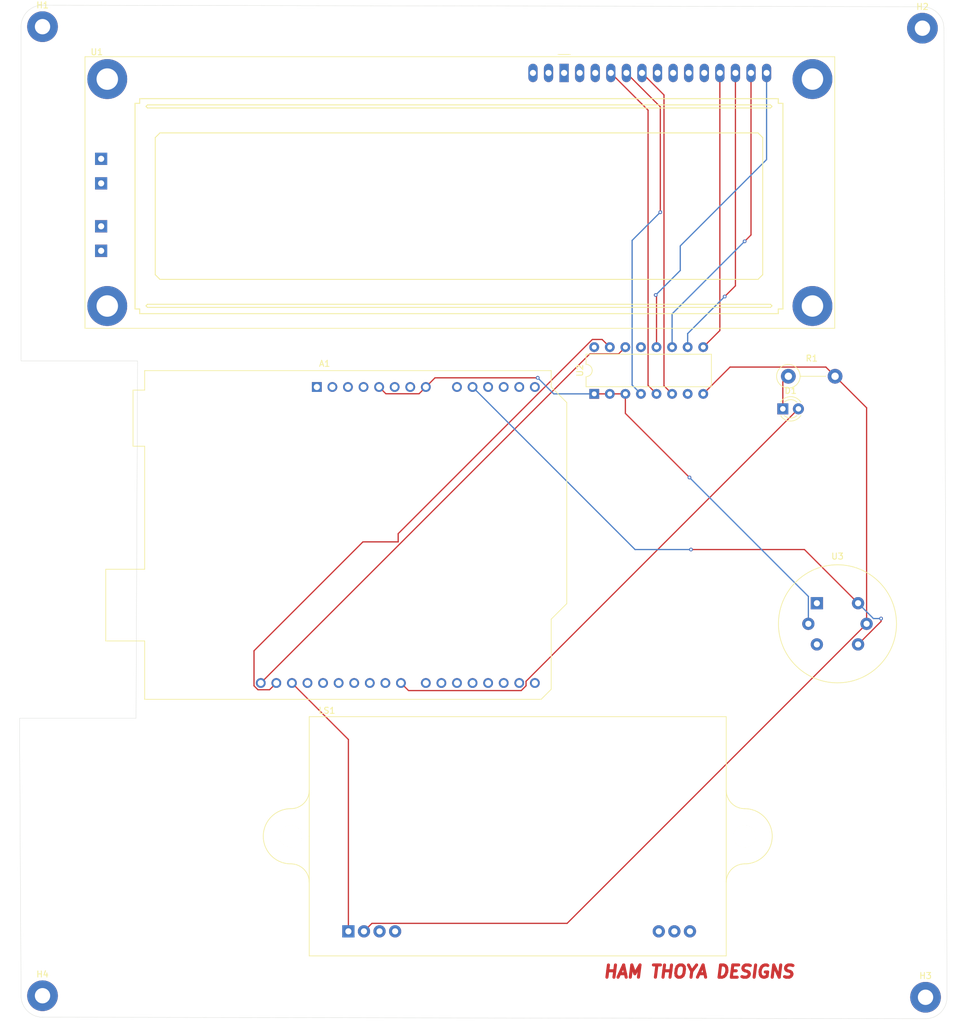
<source format=kicad_pcb>
(kicad_pcb (version 20240108) (generator "pcbnew") (generator_version "8.0")
  (layers (0 "F.Cu" signal) (31 "B.Cu" signal) (34 "B.Paste" user) (35 "F.Paste" user) (36 "B.SilkS" user "B.Silkscreen") (37 "F.SilkS" user "F.Silkscreen") (38 "B.Mask" user) (39 "F.Mask" user) (44 "Edge.Cuts" user))
  (net 0 "")
  (net 6 "/SCL")
  (net 12 "/LED")
  (net 13 "+5V")
  (net 21 "/OUT")
  (net 22 "/BZ")
  (net 24 "/SDA")
  (net 32 "Net-(D1-K)")
  (net 33 "Earth")
  (net 36 "/D6")
  (net 38 "/R{slash}W")
  (net 40 "/D4")
  (net 41 "/RS")
  (net 43 "/E")
  (net 47 "/D7")
  (net 48 "/D5")
  (footprint "Audio_Module:Reverb_BTDR-1H" (layer "F.Cu") (at 73.63 174.5)
    (property "Reference" "LS1" (at -3.5 -36 0) (layer "F.SilkS"))
    (property "Value" "Speaker")
    (fp_line (start -6.38 -35) (end 61.62 -35) (stroke (width 0.12)) (layer "F.SilkS"))
    (fp_line (start -6.38 -15.5) (end -6.38 -35) (stroke (width 0.12)) (layer "F.SilkS"))
    (fp_line (start -6.38 -15.5) (end -6.38 4) (stroke (width 0.12)) (layer "F.SilkS"))
    (fp_line (start -6.38 4) (end 61.62 4) (stroke (width 0.12)) (layer "F.SilkS"))
    (fp_line (start 61.62 -35) (end 61.62 4) (stroke (width 0.12)) (layer "F.SilkS"))
    (fp_arc (start -9.38 -11) (mid -13.88 -15.5) (end -9.38 -20) (stroke (width 0.12)) (layer "F.SilkS"))
    (fp_arc (start -9.38 -11) (mid -7.25868 -10.12132) (end -6.38 -8) (stroke (width 0.12)) (layer "F.SilkS"))
    (fp_arc (start -6.38 -23) (mid -7.25868 -20.87868) (end -9.38 -20) (stroke (width 0.12)) (layer "F.SilkS"))
    (fp_arc (start 61.62 -8) (mid 62.49868 -10.12132) (end 64.62 -11) (stroke (width 0.12)) (layer "F.SilkS"))
    (fp_arc (start 64.62 -20) (mid 62.49868 -20.87868) (end 61.62 -23) (stroke (width 0.12)) (layer "F.SilkS"))
    (fp_arc (start 64.62 -20) (mid 69.12 -15.5) (end 64.62 -11) (stroke (width 0.12)) (layer "F.SilkS"))
    (fp_circle (center -9.38 -15.5) (end -7.63 -15.5) (stroke (width 0.12)) (fill none) (layer "F.SilkS"))
    (fp_circle (center 64.62 -15.5) (end 66.37 -15.5) (stroke (width 0.12)) (fill none) (layer "F.SilkS"))
    (pad "" np_thru_hole circle (at -9.38 -15.5) (size 3.7 3.7) (drill 3.7) (layers "*.Cu" "*.Mask"))
    (pad "" np_thru_hole circle (at 64.62 -15.5) (size 3.7 3.7) (drill 3.7) (layers "*.Cu" "*.Mask"))
    (pad "1" thru_hole rect (at 0 0) (size 2 2) (drill 1) (layers "*.Cu" "*.Mask") (net 22 "/BZ"))
    (pad "2" thru_hole circle (at 2.54 0) (size 2 2) (drill 1) (layers "*.Cu" "*.Mask") (net 33 "Earth"))
    (pad "3" thru_hole circle (at 5.08 0) (size 2 2) (drill 1) (layers "*.Cu" "*.Mask"))
    (pad "4" thru_hole circle (at 7.62 0) (size 2 2) (drill 1) (layers "*.Cu" "*.Mask"))
    (pad "5" thru_hole circle (at 50.62 0) (size 2 2) (drill 1) (layers "*.Cu" "*.Mask"))
    (pad "6" thru_hole circle (at 53.16 0) (size 2 2) (drill 1) (layers "*.Cu" "*.Mask"))
    (pad "7" thru_hole circle (at 55.7 0) (size 2 2) (drill 1) (layers "*.Cu" "*.Mask"))
  )
  (footprint "Resistor_THT:R_Axial_DIN0411_L9.9mm_D3.6mm_P7.62mm_Vertical" (layer "F.Cu") (at 145.38 84)
    (property "Reference" "R1" (at 3.81 -2.92 0) (layer "F.SilkS"))
    (property "Value" "R_Small_US")
    (fp_line (start 1.92 0) (end 6.12 0) (stroke (width 0.12)) (layer "F.SilkS"))
    (fp_circle (center 0 0) (end 1.92 0) (stroke (width 0.12)) (fill none) (layer "F.SilkS"))
    (pad "1" thru_hole circle (at 0 0) (size 2.4 2.4) (drill 1.2) (layers "*.Cu" "*.Mask") (net 32 "Net-(D1-K)"))
    (pad "2" thru_hole oval (at 7.62 0) (size 2.4 2.4) (drill 1.2) (layers "*.Cu" "*.Mask") (net 33 "Earth"))
  )
  (footprint "Package_DIP:DIP-16_W7.62mm" (layer "F.Cu") (at 113.72 86.87 90)
    (property "Reference" "U2" (at 3.81 -2.33 90) (layer "F.SilkS"))
    (property "Value" "PCF8574P")
    (fp_line (start 6.46 -1.33) (end 4.81 -1.33) (stroke (width 0.12)) (layer "F.SilkS"))
    (fp_line (start 2.81 -1.33) (end 1.16 -1.33) (stroke (width 0.12)) (layer "F.SilkS"))
    (fp_line (start 1.16 -1.33) (end 1.16 19.11) (stroke (width 0.12)) (layer "F.SilkS"))
    (fp_line (start 6.46 19.11) (end 6.46 -1.33) (stroke (width 0.12)) (layer "F.SilkS"))
    (fp_line (start 1.16 19.11) (end 6.46 19.11) (stroke (width 0.12)) (layer "F.SilkS"))
    (fp_arc (start 4.81 -1.33) (mid 3.81 -0.33) (end 2.81 -1.33) (stroke (width 0.12)) (layer "F.SilkS"))
    (pad "1" thru_hole rect (at 0 0 90) (size 1.6 1.6) (drill 0.8) (layers "*.Cu" "*.Mask") (net 13 "+5V"))
    (pad "2" thru_hole oval (at 0 2.54 90) (size 1.6 1.6) (drill 0.8) (layers "*.Cu" "*.Mask") (net 13 "+5V"))
    (pad "3" thru_hole oval (at 0 5.08 90) (size 1.6 1.6) (drill 0.8) (layers "*.Cu" "*.Mask") (net 13 "+5V"))
    (pad "4" thru_hole oval (at 0 7.62 90) (size 1.6 1.6) (drill 0.8) (layers "*.Cu" "*.Mask") (net 41 "/RS"))
    (pad "5" thru_hole oval (at 0 10.16 90) (size 1.6 1.6) (drill 0.8) (layers "*.Cu" "*.Mask") (net 38 "/R{slash}W"))
    (pad "6" thru_hole oval (at 0 12.7 90) (size 1.6 1.6) (drill 0.8) (layers "*.Cu" "*.Mask") (net 43 "/E"))
    (pad "7" thru_hole oval (at 0 15.24 90) (size 1.6 1.6) (drill 0.8) (layers "*.Cu" "*.Mask"))
    (pad "8" thru_hole oval (at 0 17.78 90) (size 1.6 1.6) (drill 0.8) (layers "*.Cu" "*.Mask") (net 33 "Earth"))
    (pad "9" thru_hole oval (at 7.62 17.78 90) (size 1.6 1.6) (drill 0.8) (layers "*.Cu" "*.Mask") (net 40 "/D4"))
    (pad "10" thru_hole oval (at 7.62 15.24 90) (size 1.6 1.6) (drill 0.8) (layers "*.Cu" "*.Mask") (net 48 "/D5"))
    (pad "11" thru_hole oval (at 7.62 12.7 90) (size 1.6 1.6) (drill 0.8) (layers "*.Cu" "*.Mask") (net 36 "/D6"))
    (pad "12" thru_hole oval (at 7.62 10.16 90) (size 1.6 1.6) (drill 0.8) (layers "*.Cu" "*.Mask") (net 47 "/D7"))
    (pad "13" thru_hole oval (at 7.62 7.62 90) (size 1.6 1.6) (drill 0.8) (layers "*.Cu" "*.Mask"))
    (pad "14" thru_hole oval (at 7.62 5.08 90) (size 1.6 1.6) (drill 0.8) (layers "*.Cu" "*.Mask") (net 6 "/SCL"))
    (pad "15" thru_hole oval (at 7.62 2.54 90) (size 1.6 1.6) (drill 0.8) (layers "*.Cu" "*.Mask") (net 24 "/SDA"))
    (pad "16" thru_hole oval (at 7.62 0 90) (size 1.6 1.6) (drill 0.8) (layers "*.Cu" "*.Mask"))
  )
  (footprint "Sensor:MQ-6" (layer "F.Cu") (at 150.03 121)
    (property "Reference" "U3" (at 3.36 -7.64 0) (layer "F.SilkS"))
    (property "Value" "MQ-6")
    (fp_circle (center 3.36 3.36) (end 12.985 3.36) (stroke (width 0.12)) (fill none) (layer "F.SilkS"))
    (pad "1" thru_hole rect (at 0 0) (size 2 2) (drill 1) (layers "*.Cu" "*.Mask"))
    (pad "2" thru_hole circle (at -1.39 3.36) (size 2 2) (drill 1) (layers "*.Cu" "*.Mask") (net 13 "+5V"))
    (pad "3" thru_hole circle (at 0 6.72 90) (size 2 2) (drill 1) (layers "*.Cu" "*.Mask"))
    (pad "4" thru_hole circle (at 6.72 6.72 180) (size 2 2) (drill 1) (layers "*.Cu" "*.Mask") (net 21 "/OUT"))
    (pad "5" thru_hole circle (at 8.11 3.36) (size 2 2) (drill 1) (layers "*.Cu" "*.Mask") (net 33 "Earth"))
    (pad "6" thru_hole circle (at 6.72 0 270) (size 2 2) (drill 1) (layers "*.Cu" "*.Mask") (net 21 "/OUT"))
  )
  (footprint "Display:LCD-016N002L" (layer "F.Cu") (at 108.81 34.545)
    (property "Reference" "U1" (at -76.21 -3.41 180) (layer "F.SilkS"))
    (property "Value" "LCD-016N002L")
    (fp_line (start -78.14 -2.64) (end -78.14 41.64) (stroke (width 0.12)) (layer "F.SilkS"))
    (fp_line (start -78.14 41.64) (end 44.14 41.64) (stroke (width 0.12)) (layer "F.SilkS"))
    (fp_line (start -69.977 4.953) (end -69.977 38.481) (stroke (width 0.15)) (layer "F.SilkS"))
    (fp_line (start -69.215 4.191) (end -69.215 4.953) (stroke (width 0.15)) (layer "F.SilkS"))
    (fp_line (start -69.215 4.953) (end -69.977 4.953) (stroke (width 0.15)) (layer "F.SilkS"))
    (fp_line (start -69.215 38.481) (end -69.977 38.481) (stroke (width 0.15)) (layer "F.SilkS"))
    (fp_line (start -69.215 39.243) (end -69.215 38.481) (stroke (width 0.15)) (layer "F.SilkS"))
    (fp_line (start -69.215 39.243) (end 34.925 39.243) (stroke (width 0.15)) (layer "F.SilkS"))
    (fp_line (start -68.199 5.461) (end -67.945 5.715) (stroke (width 0.15)) (layer "F.SilkS"))
    (fp_line (start -68.199 37.973) (end -67.945 38.227) (stroke (width 0.15)) (layer "F.SilkS"))
    (fp_line (start -67.945 5.207) (end -68.199 5.461) (stroke (width 0.15)) (layer "F.SilkS"))
    (fp_line (start -67.945 5.715) (end 33.655 5.715) (stroke (width 0.15)) (layer "F.SilkS"))
    (fp_line (start -67.945 37.719) (end -68.199 37.973) (stroke (width 0.15)) (layer "F.SilkS"))
    (fp_line (start -67.945 38.227) (end 33.655 38.227) (stroke (width 0.15)) (layer "F.SilkS"))
    (fp_line (start -66.675 10.541) (end -65.913 9.779) (stroke (width 0.15)) (layer "F.SilkS"))
    (fp_line (start -66.675 32.893) (end -66.675 10.541) (stroke (width 0.15)) (layer "F.SilkS"))
    (fp_line (start -65.913 9.779) (end 31.623 9.779) (stroke (width 0.15)) (layer "F.SilkS"))
    (fp_line (start -65.913 33.655) (end -66.675 32.893) (stroke (width 0.15)) (layer "F.SilkS"))
    (fp_line (start -1 -3) (end 1 -3) (stroke (width 0.12)) (layer "F.SilkS"))
    (fp_line (start 31.623 9.779) (end 32.385 10.541) (stroke (width 0.15)) (layer "F.SilkS"))
    (fp_line (start 31.623 33.655) (end -65.913 33.655) (stroke (width 0.15)) (layer "F.SilkS"))
    (fp_line (start 32.385 10.541) (end 32.385 32.893) (stroke (width 0.15)) (layer "F.SilkS"))
    (fp_line (start 32.385 32.893) (end 31.623 33.655) (stroke (width 0.15)) (layer "F.SilkS"))
    (fp_line (start 33.655 5.207) (end -67.945 5.207) (stroke (width 0.15)) (layer "F.SilkS"))
    (fp_line (start 33.655 5.207) (end 33.909 5.461) (stroke (width 0.15)) (layer "F.SilkS"))
    (fp_line (start 33.655 37.719) (end -67.945 37.719) (stroke (width 0.15)) (layer "F.SilkS"))
    (fp_line (start 33.655 38.227) (end 33.909 37.973) (stroke (width 0.15)) (layer "F.SilkS"))
    (fp_line (start 33.909 5.461) (end 33.655 5.715) (stroke (width 0.15)) (layer "F.SilkS"))
    (fp_line (start 33.909 37.973) (end 33.655 37.719) (stroke (width 0.15)) (layer "F.SilkS"))
    (fp_line (start 34.925 4.191) (end -69.215 4.191) (stroke (width 0.15)) (layer "F.SilkS"))
    (fp_line (start 34.925 4.191) (end 34.925 4.953) (stroke (width 0.15)) (layer "F.SilkS"))
    (fp_line (start 34.925 4.953) (end 35.687 4.953) (stroke (width 0.15)) (layer "F.SilkS"))
    (fp_line (start 34.925 38.481) (end 34.925 39.243) (stroke (width 0.15)) (layer "F.SilkS"))
    (fp_line (start 35.687 38.481) (end 34.925 38.481) (stroke (width 0.15)) (layer "F.SilkS"))
    (fp_line (start 35.687 38.481) (end 35.687 4.953) (stroke (width 0.15)) (layer "F.SilkS"))
    (fp_line (start 44.14 -2.64) (end -78.14 -2.64) (stroke (width 0.12)) (layer "F.SilkS"))
    (fp_line (start 44.14 -2.64) (end 44.14 41.64) (stroke (width 0.12)) (layer "F.SilkS"))
    (pad "" thru_hole circle (at -74.5 1 180) (size 6.5 6.5) (drill 3.5) (layers "*.Cu" "*.Mask"))
    (pad "" thru_hole circle (at -74.5 38 180) (size 6.5 6.5) (drill 3.5) (layers "*.Cu" "*.Mask"))
    (pad "" thru_hole circle (at 40.5 1 180) (size 6.5 6.5) (drill 3.5) (layers "*.Cu" "*.Mask"))
    (pad "" thru_hole circle (at 40.5 38 180) (size 6.5 6.5) (drill 3.5) (layers "*.Cu" "*.Mask"))
    (pad "1" thru_hole rect (at 0 0 180) (size 1.5 3) (drill 1) (layers "*.Cu" "*.Mask"))
    (pad "2" thru_hole oval (at 2.54 0 180) (size 1.5 3) (drill 1) (layers "*.Cu" "*.Mask"))
    (pad "3" thru_hole oval (at 5.08 0 180) (size 1.5 3) (drill 1) (layers "*.Cu" "*.Mask"))
    (pad "4" thru_hole oval (at 7.62 0 180) (size 1.5 3) (drill 1) (layers "*.Cu" "*.Mask") (net 38 "/R{slash}W"))
    (pad "5" thru_hole oval (at 10.16 0 180) (size 1.5 3) (drill 1) (layers "*.Cu" "*.Mask") (net 41 "/RS"))
    (pad "6" thru_hole oval (at 12.7 0 180) (size 1.5 3) (drill 1) (layers "*.Cu" "*.Mask") (net 43 "/E"))
    (pad "7" thru_hole oval (at 15.24 0 180) (size 1.5 3) (drill 1) (layers "*.Cu" "*.Mask"))
    (pad "8" thru_hole oval (at 17.78 0 180) (size 1.5 3) (drill 1) (layers "*.Cu" "*.Mask"))
    (pad "9" thru_hole oval (at 20.32 0 180) (size 1.5 3) (drill 1) (layers "*.Cu" "*.Mask"))
    (pad "10" thru_hole oval (at 22.86 0 180) (size 1.5 3) (drill 1) (layers "*.Cu" "*.Mask"))
    (pad "11" thru_hole oval (at 25.4 0 180) (size 1.5 3) (drill 1) (layers "*.Cu" "*.Mask") (net 40 "/D4"))
    (pad "12" thru_hole oval (at 27.94 0 180) (size 1.5 3) (drill 1) (layers "*.Cu" "*.Mask") (net 48 "/D5"))
    (pad "13" thru_hole oval (at 30.48 0 180) (size 1.5 3) (drill 1) (layers "*.Cu" "*.Mask") (net 36 "/D6"))
    (pad "14" thru_hole oval (at 33.02 0 180) (size 1.5 3) (drill 1) (layers "*.Cu" "*.Mask") (net 47 "/D7"))
    (pad "15" thru_hole oval (at -2.54 0 180) (size 1.5 3) (drill 1) (layers "*.Cu" "*.Mask"))
    (pad "16" thru_hole oval (at -5.08 0 180) (size 1.5 3) (drill 1) (layers "*.Cu" "*.Mask"))
    (pad "A1" thru_hole rect (at -75.5 14 180) (size 2 2) (drill 1) (layers "*.Cu" "*.Mask"))
    (pad "A2" thru_hole rect (at -75.5 25 180) (size 2 2) (drill 1) (layers "*.Cu" "*.Mask"))
    (pad "K1" thru_hole rect (at -75.5 18 180) (size 2 2) (drill 1) (layers "*.Cu" "*.Mask"))
    (pad "K2" thru_hole rect (at -75.5 29 180) (size 2 2) (drill 1) (layers "*.Cu" "*.Mask"))
  )
  (footprint "MountingHole:MountingHole_2.5mm_Pad" (layer "F.Cu") (at 167.25 27.25)
    (property "Reference" "H2" (at 0 -3.5 0) (layer "F.SilkS"))
    (property "Value" "MountingHole_Pad")
    (pad "1" thru_hole circle (at 0 0) (size 5 5) (drill 2.5) (layers "*.Cu" "*.Mask"))
  )
  (footprint "LED_THT:LED_D3.0mm_Clear" (layer "F.Cu") (at 144.48 89.31)
    (property "Reference" "D1" (at 1.27 -2.96 0) (layer "F.SilkS"))
    (property "Value" "LED")
    (fp_line (start -0.29 -1.236) (end -0.29 -1.08) (stroke (width 0.12)) (layer "F.SilkS"))
    (fp_line (start -0.29 1.08) (end -0.29 1.236) (stroke (width 0.12)) (layer "F.SilkS"))
    (fp_arc (start -0.29 -1.235516) (mid 1.365624 -1.987701) (end 2.941397 -1.080061) (stroke (width 0.12)) (layer "F.SilkS"))
    (fp_arc (start 0.229039 -1.08) (mid 1.269965 -1.5) (end 2.31091 -1.080049) (stroke (width 0.12)) (layer "F.SilkS"))
    (fp_arc (start 2.31091 1.080049) (mid 1.269965 1.5) (end 0.229039 1.08) (stroke (width 0.12)) (layer "F.SilkS"))
    (fp_arc (start 2.941397 1.080061) (mid 1.365624 1.987701) (end -0.29 1.235516) (stroke (width 0.12)) (layer "F.SilkS"))
    (pad "1" thru_hole rect (at 0 0) (size 1.8 1.8) (drill 0.9) (layers "*.Cu" "*.Mask") (net 32 "Net-(D1-K)"))
    (pad "2" thru_hole circle (at 2.54 0) (size 1.8 1.8) (drill 0.9) (layers "*.Cu" "*.Mask") (net 12 "/LED"))
  )
  (footprint "MountingHole:MountingHole_2.5mm_Pad" (layer "F.Cu") (at 167.75 185.25)
    (property "Reference" "H3" (at 0 -3.5 0) (layer "F.SilkS"))
    (property "Value" "MountingHole_Pad")
    (pad "1" thru_hole circle (at 0 0) (size 5 5) (drill 2.5) (layers "*.Cu" "*.Mask"))
  )
  (footprint "MountingHole:MountingHole_2.5mm_Pad" (layer "F.Cu") (at 23.75 185)
    (property "Reference" "H4" (at 0 -3.5 0) (layer "F.SilkS"))
    (property "Value" "MountingHole_Pad")
    (pad "1" thru_hole circle (at 0 0) (size 5 5) (drill 2.5) (layers "*.Cu" "*.Mask"))
  )
  (footprint "Module:Arduino_UNO_R3" (layer "F.Cu") (at 68.48 85.75)
    (property "Reference" "A1" (at 1.27 -3.81 0) (layer "F.SilkS"))
    (property "Value" "Arduino_UNO_R3")
    (fp_line (start -34.42 29.72) (end -34.42 41.4) (stroke (width 0.12)) (layer "F.SilkS"))
    (fp_line (start -34.42 41.4) (end -28.07 41.4) (stroke (width 0.12)) (layer "F.SilkS"))
    (fp_line (start -29.97 0.51) (end -29.97 9.65) (stroke (width 0.12)) (layer "F.SilkS"))
    (fp_line (start -29.97 9.65) (end -28.07 9.65) (stroke (width 0.12)) (layer "F.SilkS"))
    (fp_line (start -28.07 -2.67) (end -28.07 0.51) (stroke (width 0.12)) (layer "F.SilkS"))
    (fp_line (start -28.07 0.51) (end -29.97 0.51) (stroke (width 0.12)) (layer "F.SilkS"))
    (fp_line (start -28.07 9.65) (end -28.07 29.72) (stroke (width 0.12)) (layer "F.SilkS"))
    (fp_line (start -28.07 29.72) (end -34.42 29.72) (stroke (width 0.12)) (layer "F.SilkS"))
    (fp_line (start -28.07 41.4) (end -28.07 50.93) (stroke (width 0.12)) (layer "F.SilkS"))
    (fp_line (start -28.07 50.93) (end 36.58 50.93) (stroke (width 0.12)) (layer "F.SilkS"))
    (fp_line (start 36.58 50.93) (end 38.23 49.28) (stroke (width 0.12)) (layer "F.SilkS"))
    (fp_line (start 38.23 -2.67) (end -28.07 -2.67) (stroke (width 0.12)) (layer "F.SilkS"))
    (fp_line (start 38.23 0) (end 38.23 -2.67) (stroke (width 0.12)) (layer "F.SilkS"))
    (fp_line (start 38.23 37.85) (end 40.77 35.31) (stroke (width 0.12)) (layer "F.SilkS"))
    (fp_line (start 38.23 49.28) (end 38.23 37.85) (stroke (width 0.12)) (layer "F.SilkS"))
    (fp_line (start 40.77 2.54) (end 38.23 0) (stroke (width 0.12)) (layer "F.SilkS"))
    (fp_line (start 40.77 35.31) (end 40.77 2.54) (stroke (width 0.12)) (layer "F.SilkS"))
    (pad "1" thru_hole rect (at 0 0 90) (size 1.6 1.6) (drill 1) (layers "*.Cu" "*.Mask"))
    (pad "2" thru_hole oval (at 2.54 0 90) (size 1.6 1.6) (drill 1) (layers "*.Cu" "*.Mask"))
    (pad "3" thru_hole oval (at 5.08 0 90) (size 1.6 1.6) (drill 1) (layers "*.Cu" "*.Mask"))
    (pad "4" thru_hole oval (at 7.62 0 90) (size 1.6 1.6) (drill 1) (layers "*.Cu" "*.Mask"))
    (pad "5" thru_hole oval (at 10.16 0 90) (size 1.6 1.6) (drill 1) (layers "*.Cu" "*.Mask") (net 13 "+5V"))
    (pad "6" thru_hole oval (at 12.7 0 90) (size 1.6 1.6) (drill 1) (layers "*.Cu" "*.Mask"))
    (pad "7" thru_hole oval (at 15.24 0 90) (size 1.6 1.6) (drill 1) (layers "*.Cu" "*.Mask"))
    (pad "8" thru_hole oval (at 17.78 0 90) (size 1.6 1.6) (drill 1) (layers "*.Cu" "*.Mask") (net 13 "+5V"))
    (pad "9" thru_hole oval (at 22.86 0 90) (size 1.6 1.6) (drill 1) (layers "*.Cu" "*.Mask"))
    (pad "10" thru_hole oval (at 25.4 0 90) (size 1.6 1.6) (drill 1) (layers "*.Cu" "*.Mask") (net 21 "/OUT"))
    (pad "11" thru_hole oval (at 27.94 0 90) (size 1.6 1.6) (drill 1) (layers "*.Cu" "*.Mask"))
    (pad "12" thru_hole oval (at 30.48 0 90) (size 1.6 1.6) (drill 1) (layers "*.Cu" "*.Mask"))
    (pad "13" thru_hole oval (at 33.02 0 90) (size 1.6 1.6) (drill 1) (layers "*.Cu" "*.Mask"))
    (pad "14" thru_hole oval (at 35.56 0 90) (size 1.6 1.6) (drill 1) (layers "*.Cu" "*.Mask"))
    (pad "15" thru_hole oval (at 35.56 48.26 90) (size 1.6 1.6) (drill 1) (layers "*.Cu" "*.Mask"))
    (pad "16" thru_hole oval (at 33.02 48.26 90) (size 1.6 1.6) (drill 1) (layers "*.Cu" "*.Mask"))
    (pad "17" thru_hole oval (at 30.48 48.26 90) (size 1.6 1.6) (drill 1) (layers "*.Cu" "*.Mask"))
    (pad "18" thru_hole oval (at 27.94 48.26 90) (size 1.6 1.6) (drill 1) (layers "*.Cu" "*.Mask"))
    (pad "19" thru_hole oval (at 25.4 48.26 90) (size 1.6 1.6) (drill 1) (layers "*.Cu" "*.Mask"))
    (pad "20" thru_hole oval (at 22.86 48.26 90) (size 1.6 1.6) (drill 1) (layers "*.Cu" "*.Mask"))
    (pad "21" thru_hole oval (at 20.32 48.26 90) (size 1.6 1.6) (drill 1) (layers "*.Cu" "*.Mask"))
    (pad "22" thru_hole oval (at 17.78 48.26 90) (size 1.6 1.6) (drill 1) (layers "*.Cu" "*.Mask"))
    (pad "23" thru_hole oval (at 13.72 48.26 90) (size 1.6 1.6) (drill 1) (layers "*.Cu" "*.Mask") (net 12 "/LED"))
    (pad "24" thru_hole oval (at 11.18 48.26 90) (size 1.6 1.6) (drill 1) (layers "*.Cu" "*.Mask"))
    (pad "25" thru_hole oval (at 8.64 48.26 90) (size 1.6 1.6) (drill 1) (layers "*.Cu" "*.Mask"))
    (pad "26" thru_hole oval (at 6.1 48.26 90) (size 1.6 1.6) (drill 1) (layers "*.Cu" "*.Mask"))
    (pad "27" thru_hole oval (at 3.56 48.26 90) (size 1.6 1.6) (drill 1) (layers "*.Cu" "*.Mask"))
    (pad "28" thru_hole oval (at 1.02 48.26 90) (size 1.6 1.6) (drill 1) (layers "*.Cu" "*.Mask"))
    (pad "29" thru_hole oval (at -1.52 48.26 90) (size 1.6 1.6) (drill 1) (layers "*.Cu" "*.Mask"))
    (pad "30" thru_hole oval (at -4.06 48.26 90) (size 1.6 1.6) (drill 1) (layers "*.Cu" "*.Mask") (net 22 "/BZ"))
    (pad "31" thru_hole oval (at -6.6 48.26 90) (size 1.6 1.6) (drill 1) (layers "*.Cu" "*.Mask") (net 24 "/SDA"))
    (pad "32" thru_hole oval (at -9.14 48.26 90) (size 1.6 1.6) (drill 1) (layers "*.Cu" "*.Mask") (net 6 "/SCL"))
  )
  (footprint "MountingHole:MountingHole_2.5mm_Pad" (layer "F.Cu") (at 23.75 27)
    (property "Reference" "H1" (at 0 -3.5 0) (layer "F.SilkS"))
    (property "Value" "MountingHole_Pad")
    (pad "1" thru_hole circle (at 0 0) (size 5 5) (drill 2.5) (layers "*.Cu" "*.Mask"))
  )
  (gr_line (start 39.25 81.5) (end 39 139.75) (stroke (width 0.05)) (layer "Edge.Cuts"))
  (gr_line (start 20.25 81.5) (end 39.25 81.5) (stroke (width 0.05)) (layer "Edge.Cuts"))
  (gr_line (start 167.75 188.75) (end 23.75 188.5) (stroke (width 0.05)) (layer "Edge.Cuts"))
  (gr_line (start 39 139.75) (end 20 139.75) (stroke (width 0.05)) (layer "Edge.Cuts"))
  (gr_arc (start 23.75 188.5) (mid 21.275126 187.474874) (end 20.25 185) (stroke (width 0.05)) (layer "Edge.Cuts"))
  (gr_arc (start 20.25 27) (mid 21.277283 24.522972) (end 23.756097 23.500005) (stroke (width 0.05)) (layer "Edge.Cuts"))
  (gr_arc (start 167.25 23.75) (mid 169.724874 24.775126) (end 170.75 27.25) (stroke (width 0.05)) (layer "Edge.Cuts"))
  (gr_arc (start 171.25 185.25) (mid 170.224874 187.724874) (end 167.75 188.75) (stroke (width 0.05)) (layer "Edge.Cuts"))
  (gr_line (start 20 139.75) (end 20.25 185) (stroke (width 0.05)) (layer "Edge.Cuts"))
  (gr_line (start 23.756097 23.500005) (end 167.25 23.75) (stroke (width 0.05)) (layer "Edge.Cuts"))
  (gr_line (start 170.75 27.25) (end 171.25 185.25) (stroke (width 0.05)) (layer "Edge.Cuts"))
  (gr_line (start 20.25 27) (end 20.25 81.5) (stroke (width 0.05)) (layer "Edge.Cuts"))
  (gr_text "HAM THOYA DESIGNS" (at 115 182.25 0) (layer "F.Cu") (effects (font (size 2 2) (thickness 0.5) (bold yes) (italic yes)) (justify left bottom)))
  (segment (start 113 80.35) (end 117.7 80.35) (width 0.2) (layer "F.Cu") (net 6))
  (segment (start 117.7 80.35) (end 118.8 79.25) (width 0.2) (layer "F.Cu") (net 6))
  (segment (start 59.34 134.01) (end 113 80.35) (width 0.2) (layer "F.Cu") (net 6))
  (segment (start 101.815635 135.25) (end 83.44 135.25) (width 0.2) (layer "F.Cu") (net 12))
  (segment (start 102.6 134.465635) (end 101.815635 135.25) (width 0.2) (layer "F.Cu") (net 12))
  (segment (start 83.44 135.25) (end 82.2 134.01) (width 0.2) (layer "F.Cu") (net 12))
  (segment (start 147.02 89.31) (end 102.6 133.73) (width 0.2) (layer "F.Cu") (net 12))
  (segment (start 102.6 133.73) (end 102.6 134.465635) (width 0.2) (layer "F.Cu") (net 12))
  (segment (start 78.64 85.75) (end 79.74 86.85) (width 0.2) (layer "F.Cu") (net 13))
  (segment (start 85.16 86.85) (end 86.26 85.75) (width 0.2) (layer "F.Cu") (net 13))
  (segment (start 79.74 86.85) (end 85.16 86.85) (width 0.2) (layer "F.Cu") (net 13))
  (segment (start 86.26 85.75) (end 87.76 84.25) (width 0.2) (layer "F.Cu") (net 13))
  (segment (start 118.8 86.87) (end 118.8 90.05) (width 0.2) (layer "F.Cu") (net 13))
  (segment (start 87.76 84.25) (end 104.5 84.25) (width 0.2) (layer "F.Cu") (net 13))
  (segment (start 116.26 86.87) (end 118.8 86.87) (width 0.2) (layer "F.Cu") (net 13))
  (segment (start 113.72 86.87) (end 116.26 86.87) (width 0.2) (layer "F.Cu") (net 13))
  (segment (start 118.8 90.05) (end 129.25 100.5) (width 0.2) (layer "F.Cu") (net 13))
  (via (at 129.25 100.5) (size 0.6) (drill 0.3) (layers "F.Cu" "B.Cu") (net 13))
  (via (at 104.5 84.25) (size 0.6) (drill 0.3) (layers "F.Cu" "B.Cu") (net 13))
  (segment (start 107.12 86.87) (end 113.72 86.87) (width 0.2) (layer "B.Cu") (net 13))
  (segment (start 104.5 84.25) (end 107.12 86.87) (width 0.2) (layer "B.Cu") (net 13))
  (segment (start 148.64 119.89) (end 148.64 124.36) (width 0.2) (layer "B.Cu") (net 13))
  (segment (start 129.25 100.5) (end 148.64 119.89) (width 0.2) (layer "B.Cu") (net 13))
  (segment (start 160.5 123.97) (end 160.5 123.5) (width 0.2) (layer "F.Cu") (net 21))
  (segment (start 148 112.25) (end 129.5 112.25) (width 0.2) (layer "F.Cu") (net 21))
  (segment (start 156.75 121) (end 148 112.25) (width 0.2) (layer "F.Cu") (net 21))
  (segment (start 156.75 127.72) (end 160.5 123.97) (width 0.2) (layer "F.Cu") (net 21))
  (via (at 160.5 123.5) (size 0.6) (drill 0.3) (layers "F.Cu" "B.Cu") (net 21))
  (via (at 129.5 112.25) (size 0.6) (drill 0.3) (layers "F.Cu" "B.Cu") (net 21))
  (segment (start 129.5 112.25) (end 120.38 112.25) (width 0.2) (layer "B.Cu") (net 21))
  (segment (start 160.5 123.5) (end 159.25 123.5) (width 0.2) (layer "B.Cu") (net 21))
  (segment (start 159.25 123.5) (end 156.75 121) (width 0.2) (layer "B.Cu") (net 21))
  (segment (start 120.38 112.25) (end 93.88 85.75) (width 0.2) (layer "B.Cu") (net 21))
  (segment (start 73.63 143.22) (end 64.42 134.01) (width 0.2) (layer "F.Cu") (net 22))
  (segment (start 73.63 174.5) (end 73.63 143.22) (width 0.2) (layer "F.Cu") (net 22))
  (segment (start 81.75 111) (end 81.75 109.664365) (width 0.2) (layer "F.Cu") (net 24))
  (segment (start 115.01 78) (end 116.26 79.25) (width 0.2) (layer "F.Cu") (net 24))
  (segment (start 76 111) (end 81.75 111) (width 0.2) (layer "F.Cu") (net 24))
  (segment (start 58.884365 135.11) (end 58.24 134.465635) (width 0.2) (layer "F.Cu") (net 24))
  (segment (start 58.24 134.465635) (end 58.24 128.76) (width 0.2) (layer "F.Cu") (net 24))
  (segment (start 58.24 128.76) (end 76 111) (width 0.2) (layer "F.Cu") (net 24))
  (segment (start 61.88 134.01) (end 60.78 135.11) (width 0.2) (layer "F.Cu") (net 24))
  (segment (start 113.414365 78) (end 115.01 78) (width 0.2) (layer "F.Cu") (net 24))
  (segment (start 81.75 109.664365) (end 113.414365 78) (width 0.2) (layer "F.Cu") (net 24))
  (segment (start 60.78 135.11) (end 58.884365 135.11) (width 0.2) (layer "F.Cu") (net 24))
  (segment (start 144.48 84.9) (end 145.38 84) (width 0.2) (layer "F.Cu") (net 32))
  (segment (start 144.48 89.31) (end 144.48 84.9) (width 0.2) (layer "F.Cu") (net 32))
  (segment (start 158.14 89.14) (end 153 84) (width 0.2) (layer "F.Cu") (net 33))
  (segment (start 158.14 124.36) (end 158.14 89.14) (width 0.2) (layer "F.Cu") (net 33))
  (segment (start 77.47 173.2) (end 109.3 173.2) (width 0.2) (layer "F.Cu") (net 33))
  (segment (start 131.5 86.87) (end 135.87 82.5) (width 0.2) (layer "F.Cu") (net 33))
  (segment (start 76.17 174.5) (end 77.47 173.2) (width 0.2) (layer "F.Cu") (net 33))
  (segment (start 109.3 173.2) (end 158.14 124.36) (width 0.2) (layer "F.Cu") (net 33))
  (segment (start 151.5 82.5) (end 153 84) (width 0.2) (layer "F.Cu") (net 33))
  (segment (start 135.87 82.5) (end 151.5 82.5) (width 0.2) (layer "F.Cu") (net 33))
  (segment (start 139.29 60.96) (end 138.25 62) (width 0.2) (layer "F.Cu") (net 36))
  (segment (start 139.29 34.545) (end 139.29 60.96) (width 0.2) (layer "F.Cu") (net 36))
  (via (at 138.25 62) (size 0.6) (drill 0.3) (layers "F.Cu" "B.Cu") (net 36))
  (segment (start 138.25 62) (end 126.42 73.83) (width 0.2) (layer "B.Cu") (net 36))
  (segment (start 126.42 73.83) (end 126.42 79.25) (width 0.2) (layer "B.Cu") (net 36))
  (segment (start 122.5 40.615) (end 122.5 85.49) (width 0.2) (layer "F.Cu") (net 38))
  (segment (start 122.5 85.49) (end 123.88 86.87) (width 0.2) (layer "F.Cu") (net 38))
  (segment (start 116.43 34.545) (end 122.5 40.615) (width 0.2) (layer "F.Cu") (net 38))
  (segment (start 134.21 76.54) (end 131.5 79.25) (width 0.2) (layer "F.Cu") (net 40))
  (segment (start 134.21 34.545) (end 134.21 76.54) (width 0.2) (layer "F.Cu") (net 40))
  (segment (start 118.97 34.545) (end 124.5 40.075) (width 0.2) (layer "F.Cu") (net 41))
  (segment (start 124.5 40.075) (end 124.5 57.25) (width 0.2) (layer "F.Cu") (net 41))
  (via (at 124.5 57.25) (size 0.6) (drill 0.3) (layers "F.Cu" "B.Cu") (net 41))
  (segment (start 119.9 85.43) (end 121.34 86.87) (width 0.2) (layer "B.Cu") (net 41))
  (segment (start 124.5 57.25) (end 119.9 61.85) (width 0.2) (layer "B.Cu") (net 41))
  (segment (start 119.9 61.85) (end 119.9 85.43) (width 0.2) (layer "B.Cu") (net 41))
  (segment (start 121.51 34.545) (end 125.1 38.135) (width 0.2) (layer "F.Cu") (net 43))
  (segment (start 125.1 85.55) (end 126.42 86.87) (width 0.2) (layer "F.Cu") (net 43))
  (segment (start 125.1 38.135) (end 125.1 85.55) (width 0.2) (layer "F.Cu") (net 43))
  (segment (start 123.88 79.25) (end 123.88 70.88) (width 0.2) (layer "F.Cu") (net 47))
  (segment (start 123.88 70.88) (end 123.75 70.75) (width 0.2) (layer "F.Cu") (net 47))
  (via (at 123.75 70.75) (size 0.6) (drill 0.3) (layers "F.Cu" "B.Cu") (net 47))
  (segment (start 127.75 62.75) (end 141.83 48.67) (width 0.2) (layer "B.Cu") (net 47))
  (segment (start 141.83 48.67) (end 141.83 34.545) (width 0.2) (layer "B.Cu") (net 47))
  (segment (start 123.75 70.75) (end 127.75 66.75) (width 0.2) (layer "B.Cu") (net 47))
  (segment (start 127.75 66.75) (end 127.75 62.75) (width 0.2) (layer "B.Cu") (net 47))
  (segment (start 136.75 69.25) (end 135 71) (width 0.2) (layer "F.Cu") (net 48))
  (segment (start 136.75 34.545) (end 136.75 69.25) (width 0.2) (layer "F.Cu") (net 48))
  (via (at 135 71) (size 0.6) (drill 0.3) (layers "F.Cu" "B.Cu") (net 48))
  (segment (start 135 71) (end 128.96 77.04) (width 0.2) (layer "B.Cu") (net 48))
  (segment (start 128.96 77.04) (end 128.96 79.25) (width 0.2) (layer "B.Cu") (net 48))
)
</source>
